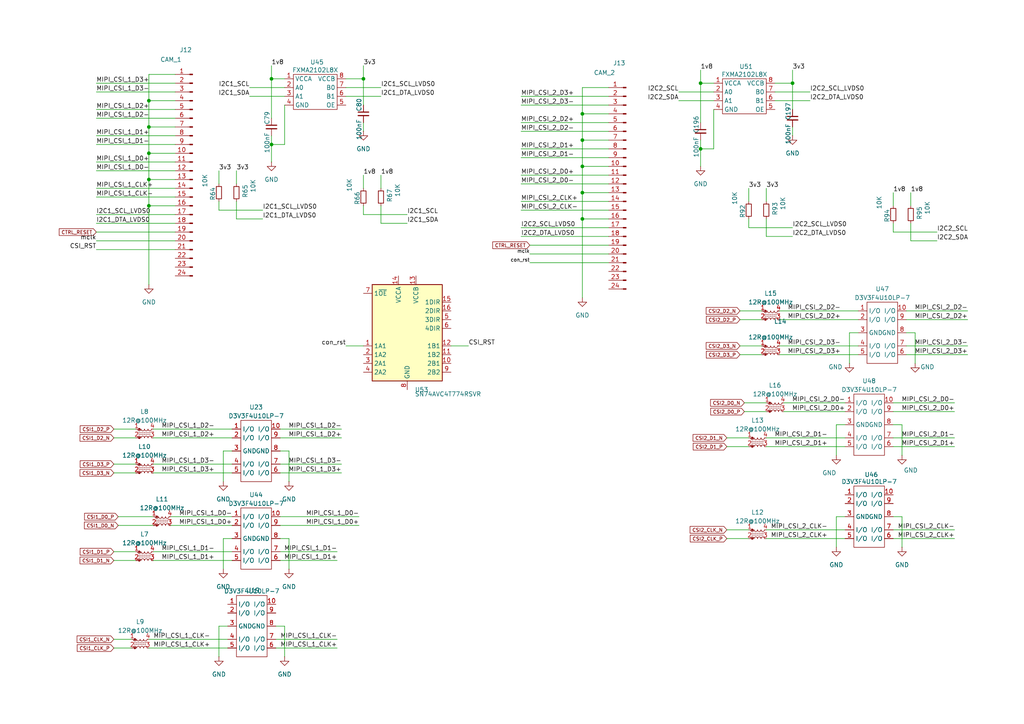
<source format=kicad_sch>
(kicad_sch (version 20250114) (generator "eeschema") (generator_version "9.0")
  (paper "A4")
  (lib_symbols
    (symbol "Connector:Conn_01x24_Pin" (pin_names (offset 1.016) (hide yes))
      (property "Reference" "J" (at 0 30.48 0))
      (property "Value" "Conn_01x24_Pin" (at 0 -33.02 0))
      (symbol "Conn_01x24_Pin_1_1"
        (rectangle (start 0.8636 28.067) (end 0 27.813) (stroke (width 0.1524)) (fill (type outline)))
        (rectangle (start 0.8636 25.527) (end 0 25.273) (stroke (width 0.1524)) (fill (type outline)))
        (rectangle (start 0.8636 22.987) (end 0 22.733) (stroke (width 0.1524)) (fill (type outline)))
        (rectangle (start 0.8636 20.447) (end 0 20.193) (stroke (width 0.1524)) (fill (type outline)))
        (rectangle (start 0.8636 17.907) (end 0 17.653) (stroke (width 0.1524)) (fill (type outline)))
        (rectangle (start 0.8636 15.367) (end 0 15.113) (stroke (width 0.1524)) (fill (type outline)))
        (rectangle (start 0.8636 12.827) (end 0 12.573) (stroke (width 0.1524)) (fill (type outline)))
        (rectangle (start 0.8636 10.287) (end 0 10.033) (stroke (width 0.1524)) (fill (type outline)))
        (rectangle (start 0.8636 7.747) (end 0 7.493) (stroke (width 0.1524)) (fill (type outline)))
        (rectangle (start 0.8636 5.207) (end 0 4.953) (stroke (width 0.1524)) (fill (type outline)))
        (rectangle (start 0.8636 2.667) (end 0 2.413) (stroke (width 0.1524)) (fill (type outline)))
        (rectangle (start 0.8636 0.127) (end 0 -0.127) (stroke (width 0.1524)) (fill (type outline)))
        (rectangle (start 0.8636 -2.413) (end 0 -2.667) (stroke (width 0.1524)) (fill (type outline)))
        (rectangle (start 0.8636 -4.953) (end 0 -5.207) (stroke (width 0.1524)) (fill (type outline)))
        (rectangle (start 0.8636 -7.493) (end 0 -7.747) (stroke (width 0.1524)) (fill (type outline)))
        (rectangle (start 0.8636 -10.033) (end 0 -10.287) (stroke (width 0.1524)) (fill (type outline)))
        (rectangle (start 0.8636 -12.573) (end 0 -12.827) (stroke (width 0.1524)) (fill (type outline)))
        (rectangle (start 0.8636 -15.113) (end 0 -15.367) (stroke (width 0.1524)) (fill (type outline)))
        (rectangle (start 0.8636 -17.653) (end 0 -17.907) (stroke (width 0.1524)) (fill (type outline)))
        (rectangle (start 0.8636 -20.193) (end 0 -20.447) (stroke (width 0.1524)) (fill (type outline)))
        (rectangle (start 0.8636 -22.733) (end 0 -22.987) (stroke (width 0.1524)) (fill (type outline)))
        (rectangle (start 0.8636 -25.273) (end 0 -25.527) (stroke (width 0.1524)) (fill (type outline)))
        (rectangle (start 0.8636 -27.813) (end 0 -28.067) (stroke (width 0.1524)) (fill (type outline)))
        (rectangle (start 0.8636 -30.353) (end 0 -30.607) (stroke (width 0.1524)) (fill (type outline)))
        (polyline (pts (xy 1.27 27.94) (xy 0.8636 27.94)) (stroke (width 0.1524)))
        (polyline (pts (xy 1.27 25.4) (xy 0.8636 25.4)) (stroke (width 0.1524)))
        (polyline (pts (xy 1.27 22.86) (xy 0.8636 22.86)) (stroke (width 0.1524)))
        (polyline (pts (xy 1.27 20.32) (xy 0.8636 20.32)) (stroke (width 0.1524)))
        (polyline (pts (xy 1.27 17.78) (xy 0.8636 17.78)) (stroke (width 0.1524)))
        (polyline (pts (xy 1.27 15.24) (xy 0.8636 15.24)) (stroke (width 0.1524)))
        (polyline (pts (xy 1.27 12.7) (xy 0.8636 12.7)) (stroke (width 0.1524)))
        (polyline (pts (xy 1.27 10.16) (xy 0.8636 10.16)) (stroke (width 0.1524)))
        (polyline (pts (xy 1.27 7.62) (xy 0.8636 7.62)) (stroke (width 0.1524)))
        (polyline (pts (xy 1.27 5.08) (xy 0.8636 5.08)) (stroke (width 0.1524)))
        (polyline (pts (xy 1.27 2.54) (xy 0.8636 2.54)) (stroke (width 0.1524)))
        (polyline (pts (xy 1.27 0) (xy 0.8636 0)) (stroke (width 0.1524)))
        (polyline (pts (xy 1.27 -2.54) (xy 0.8636 -2.54)) (stroke (width 0.1524)))
        (polyline (pts (xy 1.27 -5.08) (xy 0.8636 -5.08)) (stroke (width 0.1524)))
        (polyline (pts (xy 1.27 -7.62) (xy 0.8636 -7.62)) (stroke (width 0.1524)))
        (polyline (pts (xy 1.27 -10.16) (xy 0.8636 -10.16)) (stroke (width 0.1524)))
        (polyline (pts (xy 1.27 -12.7) (xy 0.8636 -12.7)) (stroke (width 0.1524)))
        (polyline (pts (xy 1.27 -15.24) (xy 0.8636 -15.24)) (stroke (width 0.1524)))
        (polyline (pts (xy 1.27 -17.78) (xy 0.8636 -17.78)) (stroke (width 0.1524)))
        (polyline (pts (xy 1.27 -20.32) (xy 0.8636 -20.32)) (stroke (width 0.1524)))
        (polyline (pts (xy 1.27 -22.86) (xy 0.8636 -22.86)) (stroke (width 0.1524)))
        (polyline (pts (xy 1.27 -25.4) (xy 0.8636 -25.4)) (stroke (width 0.1524)))
        (polyline (pts (xy 1.27 -27.94) (xy 0.8636 -27.94)) (stroke (width 0.1524)))
        (polyline (pts (xy 1.27 -30.48) (xy 0.8636 -30.48)) (stroke (width 0.1524)))
        (pin passive line (at 5.08 27.94 180) (length 3.81) (name "Pin_1") (number "1"))
        (pin passive line (at 5.08 25.4 180) (length 3.81) (name "Pin_2") (number "2"))
        (pin passive line (at 5.08 22.86 180) (length 3.81) (name "Pin_3") (number "3"))
        (pin passive line (at 5.08 20.32 180) (length 3.81) (name "Pin_4") (number "4"))
        (pin passive line (at 5.08 17.78 180) (length 3.81) (name "Pin_5") (number "5"))
        (pin passive line (at 5.08 15.24 180) (length 3.81) (name "Pin_6") (number "6"))
        (pin passive line (at 5.08 12.7 180) (length 3.81) (name "Pin_7") (number "7"))
        (pin passive line (at 5.08 10.16 180) (length 3.81) (name "Pin_8") (number "8"))
        (pin passive line (at 5.08 7.62 180) (length 3.81) (name "Pin_9") (number "9"))
        (pin passive line (at 5.08 5.08 180) (length 3.81) (name "Pin_10") (number "10"))
        (pin passive line (at 5.08 2.54 180) (length 3.81) (name "Pin_11") (number "11"))
        (pin passive line (at 5.08 0 180) (length 3.81) (name "Pin_12") (number "12"))
        (pin passive line (at 5.08 -2.54 180) (length 3.81) (name "Pin_13") (number "13"))
        (pin passive line (at 5.08 -5.08 180) (length 3.81) (name "Pin_14") (number "14"))
        (pin passive line (at 5.08 -7.62 180) (length 3.81) (name "Pin_15") (number "15"))
        (pin passive line (at 5.08 -10.16 180) (length 3.81) (name "Pin_16") (number "16"))
        (pin passive line (at 5.08 -12.7 180) (length 3.81) (name "Pin_17") (number "17"))
        (pin passive line (at 5.08 -15.24 180) (length 3.81) (name "Pin_18") (number "18"))
        (pin passive line (at 5.08 -17.78 180) (length 3.81) (name "Pin_19") (number "19"))
        (pin passive line (at 5.08 -20.32 180) (length 3.81) (name "Pin_20") (number "20"))
        (pin passive line (at 5.08 -22.86 180) (length 3.81) (name "Pin_21") (number "21"))
        (pin passive line (at 5.08 -25.4 180) (length 3.81) (name "Pin_22") (number "22"))
        (pin passive line (at 5.08 -27.94 180) (length 3.81) (name "Pin_23") (number "23"))
        (pin passive line (at 5.08 -30.48 180) (length 3.81) (name "Pin_24") (number "24"))
      )
    )
    (symbol "Device:C_Small" (pin_numbers (hide yes)) (pin_names (offset 0.254) (hide yes))
      (property "Reference" "C" (at 0.254 1.778 0))
      (property "Value" "C_Small" (at 0.254 -2.032 0))
      (symbol "C_Small_0_1"
        (polyline (pts (xy -1.524 0.508) (xy 1.524 0.508)) (stroke (width 0.3048)))
        (polyline (pts (xy -1.524 -0.508) (xy 1.524 -0.508)) (stroke (width 0.3302)))
      )
      (symbol "C_Small_1_1"
        (pin passive line (at 0 2.54 270) (length 2.032) (name "~") (number "1"))
        (pin passive line (at 0 -2.54 90) (length 2.032) (name "~") (number "2"))
      )
    )
    (symbol "Device:L_Ferrite_Coupled_Small_1423" (pin_names (offset 0.254) (hide yes))
      (property "Reference" "L" (at 0 3.175 0))
      (property "Value" "L_Ferrite_Coupled_Small_1423" (at 0 -3.175 0))
      (symbol "L_Ferrite_Coupled_Small_1423_0_1"
        (polyline (pts (xy -1.651 0.254) (xy -1.397 0.254)))
        (arc (start -1.016 1.27) (mid -1.524 0.7642) (end -2.032 1.27))
        (circle (center -1.524 1.27) (radius 0.254) (fill (type outline)))
        (circle (center -1.524 -1.27) (radius 0.254) (fill (type outline)))
        (arc (start -2.032 -1.27) (mid -1.524 -0.7642) (end -1.016 -1.27))
        (polyline (pts (xy -1.397 -0.254) (xy -1.651 -0.254)))
        (polyline (pts (xy -1.143 0.254) (xy -0.889 0.254)))
        (polyline (pts (xy -0.889 -0.254) (xy -1.143 -0.254)))
        (polyline (pts (xy -0.635 0.254) (xy -0.381 0.254)))
        (arc (start 0 1.27) (mid -0.508 0.7642) (end -1.016 1.27))
        (arc (start -1.016 -1.27) (mid -0.508 -0.7642) (end 0 -1.27))
        (polyline (pts (xy -0.381 -0.254) (xy -0.635 -0.254)))
        (polyline (pts (xy -0.127 0.254) (xy 0.127 0.254)))
        (polyline (pts (xy 0.127 -0.254) (xy -0.127 -0.254)))
        (polyline (pts (xy 0.381 0.254) (xy 0.635 0.254)))
        (arc (start 1.016 1.27) (mid 0.508 0.7642) (end 0 1.27))
        (arc (start 0 -1.27) (mid 0.508 -0.7642) (end 1.016 -1.27))
        (polyline (pts (xy 0.635 -0.254) (xy 0.381 -0.254)))
        (polyline (pts (xy 0.889 0.254) (xy 1.143 0.254)))
        (polyline (pts (xy 1.143 -0.254) (xy 0.889 -0.254)))
        (polyline (pts (xy 1.397 0.254) (xy 1.651 0.254)))
        (arc (start 2.032 1.27) (mid 1.524 0.7642) (end 1.016 1.27))
        (arc (start 1.016 -1.27) (mid 1.524 -0.7642) (end 2.032 -1.27))
        (polyline (pts (xy 1.651 -0.254) (xy 1.397 -0.254)))
      )
      (symbol "L_Ferrite_Coupled_Small_1423_1_1"
        (pin passive line (at -2.54 1.27 0) (length 0.508) (name "1") (number "1"))
        (pin passive line (at -2.54 -1.27 0) (length 0.508) (name "2") (number "2"))
        (pin passive line (at 2.54 1.27 180) (length 0.508) (name "4") (number "4"))
        (pin passive line (at 2.54 -1.27 180) (length 0.508) (name "3") (number "3"))
      )
    )
    (symbol "Device:R_Small" (pin_numbers (hide yes)) (pin_names (offset 0.254) (hide yes))
      (property "Reference" "R" (at 0.762 0.508 0))
      (property "Value" "R_Small" (at 0.762 -1.016 0))
      (symbol "R_Small_0_1"
        (rectangle (start -0.762 1.778) (end 0.762 -1.778) (stroke (width 0.2032)))
      )
      (symbol "R_Small_1_1"
        (pin passive line (at 0 2.54 270) (length 0.762) (name "~") (number "1"))
        (pin passive line (at 0 -2.54 90) (length 0.762) (name "~") (number "2"))
      )
    )
    (symbol "_W_MX8M:D3V3F4U10LP-7"
      (property "Reference" "U" (at -0.254 5.334 0))
      (symbol "D3V3F4U10LP-7_0_1"
        (rectangle (start -5.08 3.81) (end 3.81 -13.97))
      )
      (symbol "D3V3F4U10LP-7_1_1"
        (pin input line (at -7.62 1.27 0) (length 2.54) (name "I/O") (number "1"))
        (pin input line (at -7.62 -1.27 0) (length 2.54) (name "I/O") (number "2"))
        (pin input line (at -7.62 -5.08 0) (length 2.54) (name "GND") (number "3"))
        (pin input line (at -7.62 -8.89 0) (length 2.54) (name "I/O") (number "4"))
        (pin input line (at -7.62 -11.43 0) (length 2.54) (name "I/O") (number "5"))
        (pin input line (at 6.35 1.27 180) (length 2.54) (name "I/O") (number "10"))
        (pin input line (at 6.35 -1.27 180) (length 2.54) (name "I/O") (number "9"))
        (pin input line (at 6.35 -5.08 180) (length 2.54) (name "GND") (number "8"))
        (pin input line (at 6.35 -8.89 180) (length 2.54) (name "I/O") (number "7"))
        (pin input line (at 6.35 -11.43 180) (length 2.54) (name "I/O") (number "6"))
      )
    )
    (symbol "_W_MX8M:FXMA2102L8X"
      (property "Reference" "U" (at 1.016 9.144 0))
      (symbol "FXMA2102L8X_0_1"
        (rectangle (start -5.08 7.62) (end 7.62 -2.54))
      )
      (symbol "FXMA2102L8X_1_1"
        (pin input line (at -7.62 6.35 0) (length 2.54) (name "VCCA") (number "1"))
        (pin input line (at -7.62 3.81 0) (length 2.54) (name "A0") (number "2"))
        (pin input line (at -7.62 1.27 0) (length 2.54) (name "A1") (number "3"))
        (pin input line (at -7.62 -1.27 0) (length 2.54) (name "GND") (number "4"))
        (pin input line (at 10.16 6.35 180) (length 2.54) (name "VCCB") (number "8"))
        (pin input line (at 10.16 3.81 180) (length 2.54) (name "B0") (number "7"))
        (pin input line (at 10.16 1.27 180) (length 2.54) (name "B1") (number "6"))
        (pin input line (at 10.16 -1.27 180) (length 2.54) (name "OE") (number "5"))
      )
    )
    (symbol "_W_MX8M:SN74AVC4T774RSVR"
      (property "Reference" "U" (at 0 0 0))
      (symbol "SN74AVC4T774RSVR_0_1"
        (rectangle (start -8.89 -5.08) (end 11.43 -33.02) (stroke (width 0.254)) (fill (type background)))
      )
      (symbol "SN74AVC4T774RSVR_1_1"
        (pin input line (at -11.43 -7.62 0) (length 2.54) (name "1~{OE}") (number "7"))
        (pin bidirectional line (at -11.43 -22.86 0) (length 2.54) (name "1A1") (number "1"))
        (pin bidirectional line (at -11.43 -25.4 0) (length 2.54) (name "1A2") (number "2"))
        (pin bidirectional line (at -11.43 -27.94 0) (length 2.54) (name "2A1") (number "3"))
        (pin bidirectional line (at -11.43 -30.48 0) (length 2.54) (name "2A2") (number "4"))
        (pin power_in line (at -1.27 -2.54 270) (length 2.54) (name "VCCA") (number "14"))
        (pin power_in line (at 1.27 -35.56 90) (length 2.54) (name "GND") (number "8"))
        (pin passive line (at 1.27 -35.56 90) (length 2.54) (hide yes) (name "GND") (number "9"))
        (pin power_in line (at 3.81 -2.54 270) (length 2.54) (name "VCCB") (number "13"))
        (pin input line (at 13.97 -10.16 180) (length 2.54) (name "1DIR") (number "15"))
        (pin input line (at 13.97 -12.7 180) (length 2.54) (name "2DIR") (number "16"))
        (pin input line (at 13.97 -15.24 180) (length 2.54) (name "3DIR") (number "5"))
        (pin input line (at 13.97 -17.78 180) (length 2.54) (name "4DIR") (number "6"))
        (pin bidirectional line (at 13.97 -22.86 180) (length 2.54) (name "1B1") (number "12"))
        (pin bidirectional line (at 13.97 -25.4 180) (length 2.54) (name "1B2") (number "11"))
        (pin bidirectional line (at 13.97 -27.94 180) (length 2.54) (name "2B1") (number "10"))
        (pin bidirectional line (at 13.97 -30.48 180) (length 2.54) (name "2B2") (number "9"))
      )
    )
    (symbol "power:GND" (power) (pin_numbers (hide yes)) (pin_names (offset 0) (hide yes))
      (property "Value" "GND" (at 0 -3.81 0))
      (symbol "GND_0_1"
        (polyline (pts (xy 0 0) (xy 0 -1.27) (xy 1.27 -1.27) (xy 0 -2.54) (xy -1.27 -1.27) (xy 0 -1.27)))
      )
      (symbol "GND_1_1"
        (pin power_in line (at 0 0 270) (length 0) (name "~") (number "1"))
      )
    )
  )
  (junction (at 78.74 22.86))
  (junction (at 229.87 24.13))
  (junction (at 203.2 24.13))
  (junction (at 43.18 44.45))
  (junction (at 43.18 52.07))
  (junction (at 43.18 59.69))
  (junction (at 43.18 29.21))
  (junction (at 78.74 41.91))
  (junction (at 203.2 43.18))
  (junction (at 168.91 48.26))
  (junction (at 105.41 22.86))
  (junction (at 168.91 33.02))
  (junction (at 168.91 63.5))
  (junction (at 168.91 40.64))
  (junction (at 43.18 36.83))
  (junction (at 168.91 55.88))
  (wire (pts (xy 43.18 36.83) (xy 43.18 44.45)))
  (wire (pts (xy 259.08 123.19) (xy 261.62 123.19)))
  (wire (pts (xy 229.87 36.83) (xy 229.87 39.37)))
  (wire (pts (xy 207.01 24.13) (xy 203.2 24.13)))
  (wire (pts (xy 222.25 63.5) (xy 222.25 68.58)))
  (wire (pts (xy 151.13 68.58) (xy 176.53 68.58)))
  (wire (pts (xy 176.53 48.26) (xy 168.91 48.26)))
  (wire (pts (xy 50.8 52.07) (xy 43.18 52.07)))
  (wire (pts (xy 214.63 102.87) (xy 220.98 102.87)))
  (wire (pts (xy 99.06 124.46) (xy 81.28 124.46)))
  (wire (pts (xy 210.82 127) (xy 217.17 127)))
  (wire (pts (xy 99.06 134.62) (xy 81.28 134.62)))
  (wire (pts (xy 110.49 64.77) (xy 118.11 64.77)))
  (wire (pts (xy 27.94 31.75) (xy 50.8 31.75)))
  (wire (pts (xy 27.94 24.13) (xy 50.8 24.13)))
  (wire (pts (xy 63.5 181.61) (xy 63.5 190.5)))
  (wire (pts (xy 82.55 30.48) (xy 82.55 41.91)))
  (wire (pts (xy 44.45 124.46) (xy 67.31 124.46)))
  (wire (pts (xy 63.5 60.96) (xy 76.2 60.96)))
  (wire (pts (xy 27.94 69.85) (xy 50.8 69.85)))
  (wire (pts (xy 105.41 19.05) (xy 105.41 22.86)))
  (wire (pts (xy 222.25 129.54) (xy 245.11 129.54)))
  (wire (pts (xy 245.11 149.86) (xy 242.57 149.86)))
  (wire (pts (xy 100.33 22.86) (xy 105.41 22.86)))
  (wire (pts (xy 27.94 64.77) (xy 50.8 64.77)))
  (wire (pts (xy 63.5 58.42) (xy 63.5 60.96)))
  (wire (pts (xy 222.25 68.58) (xy 229.87 68.58)))
  (wire (pts (xy 227.33 119.38) (xy 245.11 119.38)))
  (wire (pts (xy 217.17 66.04) (xy 229.87 66.04)))
  (wire (pts (xy 259.08 119.38) (xy 276.86 119.38)))
  (wire (pts (xy 151.13 50.8) (xy 176.53 50.8)))
  (wire (pts (xy 27.94 72.39) (xy 50.8 72.39)))
  (wire (pts (xy 168.91 63.5) (xy 168.91 86.36)))
  (wire (pts (xy 82.55 22.86) (xy 78.74 22.86)))
  (wire (pts (xy 259.08 127) (xy 276.86 127)))
  (wire (pts (xy 215.9 119.38) (xy 222.25 119.38)))
  (wire (pts (xy 210.82 129.54) (xy 217.17 129.54)))
  (wire (pts (xy 259.08 149.86) (xy 261.62 149.86)))
  (wire (pts (xy 66.04 181.61) (xy 63.5 181.61)))
  (wire (pts (xy 222.25 153.67) (xy 245.11 153.67)))
  (wire (pts (xy 214.63 90.17) (xy 220.98 90.17)))
  (wire (pts (xy 261.62 149.86) (xy 261.62 158.75)))
  (wire (pts (xy 264.16 55.88) (xy 264.16 59.69)))
  (wire (pts (xy 81.28 130.81) (xy 83.82 130.81)))
  (wire (pts (xy 83.82 130.81) (xy 83.82 139.7)))
  (wire (pts (xy 226.06 102.87) (xy 248.92 102.87)))
  (wire (pts (xy 43.18 52.07) (xy 43.18 59.69)))
  (wire (pts (xy 226.06 92.71) (xy 248.92 92.71)))
  (wire (pts (xy 50.8 44.45) (xy 43.18 44.45)))
  (wire (pts (xy 259.08 64.77) (xy 259.08 67.31)))
  (wire (pts (xy 49.53 152.4) (xy 67.31 152.4)))
  (wire (pts (xy 176.53 25.4) (xy 168.91 25.4)))
  (wire (pts (xy 259.08 116.84) (xy 276.86 116.84)))
  (wire (pts (xy 82.55 27.94) (xy 72.39 27.94)))
  (wire (pts (xy 78.74 41.91) (xy 78.74 46.99)))
  (wire (pts (xy 242.57 149.86) (xy 242.57 158.75)))
  (wire (pts (xy 33.02 137.16) (xy 39.37 137.16)))
  (wire (pts (xy 100.33 100.33) (xy 105.41 100.33)))
  (wire (pts (xy 217.17 54.61) (xy 217.17 58.42)))
  (wire (pts (xy 224.79 24.13) (xy 229.87 24.13)))
  (wire (pts (xy 68.58 58.42) (xy 68.58 63.5)))
  (wire (pts (xy 207.01 26.67) (xy 196.85 26.67)))
  (wire (pts (xy 215.9 116.84) (xy 222.25 116.84)))
  (wire (pts (xy 262.89 92.71) (xy 280.67 92.71)))
  (wire (pts (xy 227.33 116.84) (xy 245.11 116.84)))
  (wire (pts (xy 104.14 149.86) (xy 81.28 149.86)))
  (wire (pts (xy 176.53 63.5) (xy 168.91 63.5)))
  (wire (pts (xy 33.02 160.02) (xy 39.37 160.02)))
  (wire (pts (xy 78.74 19.05) (xy 78.74 22.86)))
  (wire (pts (xy 264.16 69.85) (xy 271.78 69.85)))
  (wire (pts (xy 78.74 22.86) (xy 78.74 34.29)))
  (wire (pts (xy 207.01 29.21) (xy 196.85 29.21)))
  (wire (pts (xy 27.94 39.37) (xy 50.8 39.37)))
  (wire (pts (xy 97.79 162.56) (xy 81.28 162.56)))
  (wire (pts (xy 168.91 33.02) (xy 168.91 40.64)))
  (wire (pts (xy 43.18 187.96) (xy 66.04 187.96)))
  (wire (pts (xy 33.02 127) (xy 39.37 127)))
  (wire (pts (xy 153.67 71.12) (xy 176.53 71.12)))
  (wire (pts (xy 151.13 60.96) (xy 176.53 60.96)))
  (wire (pts (xy 224.79 29.21) (xy 234.95 29.21)))
  (wire (pts (xy 33.02 124.46) (xy 39.37 124.46)))
  (wire (pts (xy 265.43 96.52) (xy 265.43 105.41)))
  (wire (pts (xy 262.89 102.87) (xy 280.67 102.87)))
  (wire (pts (xy 64.77 156.21) (xy 64.77 165.1)))
  (wire (pts (xy 259.08 55.88) (xy 259.08 59.69)))
  (wire (pts (xy 168.91 48.26) (xy 168.91 55.88)))
  (wire (pts (xy 222.25 54.61) (xy 222.25 58.42)))
  (wire (pts (xy 44.45 127) (xy 67.31 127)))
  (wire (pts (xy 210.82 156.21) (xy 217.17 156.21)))
  (wire (pts (xy 43.18 21.59) (xy 43.18 29.21)))
  (wire (pts (xy 176.53 40.64) (xy 168.91 40.64)))
  (wire (pts (xy 203.2 20.32) (xy 203.2 24.13)))
  (wire (pts (xy 229.87 24.13) (xy 229.87 31.75)))
  (wire (pts (xy 210.82 153.67) (xy 217.17 153.67)))
  (wire (pts (xy 217.17 63.5) (xy 217.17 66.04)))
  (wire (pts (xy 34.29 152.4) (xy 44.45 152.4)))
  (wire (pts (xy 245.11 123.19) (xy 242.57 123.19)))
  (wire (pts (xy 151.13 58.42) (xy 176.53 58.42)))
  (wire (pts (xy 259.08 129.54) (xy 276.86 129.54)))
  (wire (pts (xy 27.94 57.15) (xy 50.8 57.15)))
  (wire (pts (xy 33.02 187.96) (xy 38.1 187.96)))
  (wire (pts (xy 264.16 64.77) (xy 264.16 69.85)))
  (wire (pts (xy 27.94 34.29) (xy 50.8 34.29)))
  (wire (pts (xy 27.94 54.61) (xy 50.8 54.61)))
  (wire (pts (xy 78.74 39.37) (xy 78.74 41.91)))
  (wire (pts (xy 27.94 46.99) (xy 50.8 46.99)))
  (wire (pts (xy 68.58 49.53) (xy 68.58 53.34)))
  (wire (pts (xy 153.67 73.66) (xy 176.53 73.66)))
  (wire (pts (xy 105.41 22.86) (xy 105.41 30.48)))
  (wire (pts (xy 44.45 134.62) (xy 67.31 134.62)))
  (wire (pts (xy 105.41 35.56) (xy 105.41 38.1)))
  (wire (pts (xy 151.13 30.48) (xy 176.53 30.48)))
  (wire (pts (xy 33.02 185.42) (xy 38.1 185.42)))
  (wire (pts (xy 151.13 53.34) (xy 176.53 53.34)))
  (wire (pts (xy 83.82 156.21) (xy 83.82 165.1)))
  (wire (pts (xy 168.91 25.4) (xy 168.91 33.02)))
  (wire (pts (xy 176.53 55.88) (xy 168.91 55.88)))
  (wire (pts (xy 50.8 29.21) (xy 43.18 29.21)))
  (wire (pts (xy 81.28 152.4) (xy 104.14 152.4)))
  (wire (pts (xy 203.2 43.18) (xy 207.01 43.18)))
  (wire (pts (xy 203.2 24.13) (xy 203.2 35.56)))
  (wire (pts (xy 50.8 36.83) (xy 43.18 36.83)))
  (wire (pts (xy 151.13 27.94) (xy 176.53 27.94)))
  (wire (pts (xy 224.79 26.67) (xy 234.95 26.67)))
  (wire (pts (xy 105.41 62.23) (xy 118.11 62.23)))
  (wire (pts (xy 50.8 59.69) (xy 43.18 59.69)))
  (wire (pts (xy 100.33 27.94) (xy 110.49 27.94)))
  (wire (pts (xy 27.94 67.31) (xy 50.8 67.31)))
  (wire (pts (xy 27.94 41.91) (xy 50.8 41.91)))
  (wire (pts (xy 33.02 162.56) (xy 39.37 162.56)))
  (wire (pts (xy 97.79 185.42) (xy 80.01 185.42)))
  (wire (pts (xy 78.74 41.91) (xy 82.55 41.91)))
  (wire (pts (xy 226.06 100.33) (xy 248.92 100.33)))
  (wire (pts (xy 207.01 31.75) (xy 207.01 43.18)))
  (wire (pts (xy 105.41 59.69) (xy 105.41 62.23)))
  (wire (pts (xy 262.89 96.52) (xy 265.43 96.52)))
  (wire (pts (xy 27.94 49.53) (xy 50.8 49.53)))
  (wire (pts (xy 248.92 96.52) (xy 246.38 96.52)))
  (wire (pts (xy 222.25 127) (xy 245.11 127)))
  (wire (pts (xy 68.58 63.5) (xy 76.2 63.5)))
  (wire (pts (xy 246.38 96.52) (xy 246.38 105.41)))
  (wire (pts (xy 100.33 25.4) (xy 110.49 25.4)))
  (wire (pts (xy 262.89 90.17) (xy 280.67 90.17)))
  (wire (pts (xy 151.13 35.56) (xy 176.53 35.56)))
  (wire (pts (xy 151.13 45.72) (xy 176.53 45.72)))
  (wire (pts (xy 176.53 33.02) (xy 168.91 33.02)))
  (wire (pts (xy 151.13 43.18) (xy 176.53 43.18)))
  (wire (pts (xy 203.2 43.18) (xy 203.2 48.26)))
  (wire (pts (xy 82.55 181.61) (xy 82.55 190.5)))
  (wire (pts (xy 110.49 59.69) (xy 110.49 64.77)))
  (wire (pts (xy 43.18 29.21) (xy 43.18 36.83)))
  (wire (pts (xy 222.25 156.21) (xy 245.11 156.21)))
  (wire (pts (xy 27.94 26.67) (xy 50.8 26.67)))
  (wire (pts (xy 67.31 156.21) (xy 64.77 156.21)))
  (wire (pts (xy 151.13 38.1) (xy 176.53 38.1)))
  (wire (pts (xy 81.28 156.21) (xy 83.82 156.21)))
  (wire (pts (xy 261.62 123.19) (xy 261.62 132.08)))
  (wire (pts (xy 27.94 62.23) (xy 50.8 62.23)))
  (wire (pts (xy 259.08 153.67) (xy 276.86 153.67)))
  (wire (pts (xy 43.18 185.42) (xy 66.04 185.42)))
  (wire (pts (xy 33.02 134.62) (xy 39.37 134.62)))
  (wire (pts (xy 168.91 40.64) (xy 168.91 48.26)))
  (wire (pts (xy 44.45 162.56) (xy 67.31 162.56)))
  (wire (pts (xy 64.77 130.81) (xy 64.77 139.7)))
  (wire (pts (xy 67.31 130.81) (xy 64.77 130.81)))
  (wire (pts (xy 135.89 100.33) (xy 130.81 100.33)))
  (wire (pts (xy 63.5 49.53) (xy 63.5 53.34)))
  (wire (pts (xy 203.2 40.64) (xy 203.2 43.18)))
  (wire (pts (xy 44.45 137.16) (xy 67.31 137.16)))
  (wire (pts (xy 226.06 90.17) (xy 248.92 90.17)))
  (wire (pts (xy 259.08 156.21) (xy 276.86 156.21)))
  (wire (pts (xy 43.18 44.45) (xy 43.18 52.07)))
  (wire (pts (xy 110.49 50.8) (xy 110.49 54.61)))
  (wire (pts (xy 34.29 149.86) (xy 44.45 149.86)))
  (wire (pts (xy 99.06 127) (xy 81.28 127)))
  (wire (pts (xy 49.53 149.86) (xy 67.31 149.86)))
  (wire (pts (xy 151.13 66.04) (xy 176.53 66.04)))
  (wire (pts (xy 43.18 59.69) (xy 43.18 82.55)))
  (wire (pts (xy 105.41 50.8) (xy 105.41 54.61)))
  (wire (pts (xy 242.57 123.19) (xy 242.57 132.08)))
  (wire (pts (xy 97.79 187.96) (xy 80.01 187.96)))
  (wire (pts (xy 259.08 67.31) (xy 271.78 67.31)))
  (wire (pts (xy 50.8 21.59) (xy 43.18 21.59)))
  (wire (pts (xy 214.63 92.71) (xy 220.98 92.71)))
  (wire (pts (xy 153.67 76.2) (xy 176.53 76.2)))
  (wire (pts (xy 168.91 55.88) (xy 168.91 63.5)))
  (wire (pts (xy 97.79 160.02) (xy 81.28 160.02)))
  (wire (pts (xy 229.87 20.32) (xy 229.87 24.13)))
  (wire (pts (xy 214.63 100.33) (xy 220.98 100.33)))
  (wire (pts (xy 262.89 100.33) (xy 280.67 100.33)))
  (wire (pts (xy 80.01 181.61) (xy 82.55 181.61)))
  (wire (pts (xy 44.45 160.02) (xy 67.31 160.02)))
  (wire (pts (xy 82.55 25.4) (xy 72.39 25.4)))
  (wire (pts (xy 99.06 137.16) (xy 81.28 137.16)))
  (label "I2C1_SCL_LVDS0" (at 27.94 62.23 0))
  (label "MIPI_CSI_2_CLK+" (at 276.86 156.21 180))
  (label "MIPI_CSI_2_D0-" (at 151.13 53.34 0))
  (label "MIPI_CSI_2_D0-" (at 276.86 116.84 180))
  (label "MIPI_CSI_1_D2+" (at 99.06 127 180))
  (label "MIPI_CSI_1_D1-" (at 27.94 41.91 0))
  (label "I2C2_SCL_LVDS0" (at 234.95 26.67 0))
  (label "MIPI_CSI_2_D3+" (at 151.13 27.94 0))
  (label "MIPI_CSI_1_D2-" (at 27.94 34.29 0))
  (label "mclk" (at 153.67 73.66 180) (effects (font (size 1 1))))
  (label "MIPI_CSI_2_D2-" (at 280.67 90.17 180))
  (label "MIPI_CSI_2_D2-" (at 243.84 90.17 180))
  (label "3v3" (at 229.87 20.32 0))
  (label "MIPI_CSI_2_CLK-" (at 240.03 153.67 180))
  (label "MIPI_CSI_2_D3-" (at 280.67 100.33 180))
  (label "I2C2_DTA_LVDS0" (at 229.87 68.58 0))
  (label "1v8" (at 110.49 50.8 0))
  (label "MIPI_CSI_2_D2-" (at 151.13 38.1 0))
  (label "I2C2_SDA" (at 271.78 69.85 0))
  (label "3v3" (at 68.58 49.53 0))
  (label "mclk" (at 27.94 69.85 180))
  (label "I2C1_DTA_LVDS0" (at 76.2 63.5 0))
  (label "MIPI_CSI_1_CLK-" (at 97.79 185.42 180))
  (label "I2C1_SDA" (at 72.39 27.94 180))
  (label "MIPI_CSI_1_D0+" (at 27.94 46.99 0))
  (label "con_rst" (at 100.33 100.33 180))
  (label "MIPI_CSI_2_D1-" (at 151.13 45.72 0))
  (label "I2C2_DTA_LVDS0" (at 234.95 29.21 0))
  (label "MIPI_CSI_1_D2+" (at 27.94 31.75 0))
  (label "MIPI_CSI_1_D2-" (at 99.06 124.46 180))
  (label "I2C1_SCL_LVDS0" (at 76.2 60.96 0))
  (label "MIPI_CSI_1_D1+" (at 97.79 162.56 180))
  (label "con_rst" (at 153.67 76.2 180) (effects (font (size 1 1))))
  (label "3v3" (at 217.17 54.61 0))
  (label "MIPI_CSI_2_D2+" (at 280.67 92.71 180))
  (label "I2C2_SCL_LVDS0" (at 151.13 66.04 0))
  (label "I2C2_SCL" (at 271.78 67.31 0))
  (label "3v3" (at 105.41 19.05 0))
  (label "MIPI_CSI_1_D2+" (at 62.23 127 180))
  (label "MIPI_CSI_1_CLK+" (at 97.79 187.96 180))
  (label "I2C2_SCL_LVDS0" (at 229.87 66.04 0))
  (label "1v8" (at 203.2 20.32 0))
  (label "MIPI_CSI_1_D3+" (at 27.94 24.13 0))
  (label "1v8" (at 105.41 50.8 0))
  (label "1v8" (at 78.74 19.05 0))
  (label "MIPI_CSI_2_D3-" (at 151.13 30.48 0))
  (label "MIPI_CSI_2_D1+" (at 151.13 43.18 0))
  (label "1v8" (at 264.16 55.88 0))
  (label "MIPI_CSI_2_D1-" (at 240.03 127 180))
  (label "I2C1_DTA_LVDS0" (at 110.49 27.94 0))
  (label "MIPI_CSI_1_D0-" (at 67.31 149.86 180))
  (label "MIPI_CSI_1_D1-" (at 97.79 160.02 180))
  (label "MIPI_CSI_2_D3-" (at 243.84 100.33 180))
  (label "I2C2_SDA" (at 196.85 29.21 180))
  (label "MIPI_CSI_1_D0+" (at 104.14 152.4 180))
  (label "MIPI_CSI_1_D0+" (at 67.31 152.4 180))
  (label "MIPI_CSI_2_CLK-" (at 151.13 60.96 0))
  (label "I2C2_DTA_LVDS0" (at 151.13 68.58 0))
  (label "MIPI_CSI_1_CLK-" (at 60.96 185.42 180))
  (label "MIPI_CSI_2_D1-" (at 276.86 127 180))
  (label "MIPI_CSI_1_D1+" (at 27.94 39.37 0))
  (label "MIPI_CSI_1_D2-" (at 62.23 124.46 180))
  (label "3v3" (at 63.5 49.53 0))
  (label "I2C1_DTA_LVDS0" (at 27.94 64.77 0))
  (label "MIPI_CSI_1_D0-" (at 27.94 49.53 0))
  (label "MIPI_CSI_1_D3-" (at 99.06 134.62 180))
  (label "MIPI_CSI_2_CLK+" (at 240.03 156.21 180))
  (label "MIPI_CSI_1_D3+" (at 99.06 137.16 180))
  (label "MIPI_CSI_2_D3+" (at 280.67 102.87 180))
  (label "MIPI_CSI_2_D2+" (at 243.84 92.71 180))
  (label "MIPI_CSI_1_D3-" (at 62.23 134.62 180))
  (label "MIPI_CSI_2_D0-" (at 245.11 116.84 180))
  (label "MIPI_CSI_2_D1+" (at 276.86 129.54 180))
  (label "MIPI_CSI_2_D2+" (at 151.13 35.56 0))
  (label "MIPI_CSI_1_D1-" (at 62.23 160.02 180))
  (label "I2C1_SCL" (at 72.39 25.4 180))
  (label "MIPI_CSI_1_D1+" (at 62.23 162.56 180))
  (label "I2C1_SDA" (at 118.11 64.77 0))
  (label "3v3" (at 222.25 54.61 0))
  (label "MIPI_CSI_2_D0+" (at 276.86 119.38 180))
  (label "I2C1_SCL" (at 118.11 62.23 0))
  (label "MIPI_CSI_1_CLK+" (at 60.96 187.96 180))
  (label "MIPI_CSI_1_D3-" (at 27.94 26.67 0))
  (label "MIPI_CSI_1_CLK-" (at 27.94 57.15 0))
  (label "MIPI_CSI_2_D1+" (at 240.03 129.54 180))
  (label "MIPI_CSI_2_D0+" (at 151.13 50.8 0))
  (label "I2C2_SCL" (at 196.85 26.67 180))
  (label "CSI_RST" (at 135.89 100.33 0))
  (label "MIPI_CSI_2_D3+" (at 243.84 102.87 180))
  (label "1v8" (at 259.08 55.88 0))
  (label "MIPI_CSI_1_CLK+" (at 27.94 54.61 0))
  (label "MIPI_CSI_1_D0-" (at 104.14 149.86 180))
  (label "MIPI_CSI_2_CLK-" (at 276.86 153.67 180))
  (label "I2C1_SCL_LVDS0" (at 110.49 25.4 0))
  (label "MIPI_CSI_2_D0+" (at 245.11 119.38 180))
  (label "CSI_RST" (at 27.94 72.39 180))
  (label "MIPI_CSI_1_D3+" (at 62.23 137.16 180))
  (label "MIPI_CSI_2_CLK+" (at 151.13 58.42 0))
  (global_label "CSI1_D2_N" (shape input) (at 33.02 127 180) (effects (font (size 1 1))) (property "Intersheetrefs" "${INTERSHEET_REFS}" (effects (hide yes))))
  (global_label "CSI2_D1_N" (shape input) (at 210.82 127 180) (effects (font (size 1 1))) (property "Intersheetrefs" "${INTERSHEET_REFS}" (effects (hide yes))))
  (global_label "CTRL_RESET" (shape input) (at 27.94 67.31 180) (effects (font (size 1 1))) (property "Intersheetrefs" "${INTERSHEET_REFS}" (effects (hide yes))))
  (global_label "CSI1_CLK_P" (shape input) (at 33.02 187.96 180) (effects (font (size 1 1))) (property "Intersheetrefs" "${INTERSHEET_REFS}" (effects (hide yes))))
  (global_label "CSI1_D0_N" (shape input) (at 34.29 152.4 180) (effects (font (size 1 1))) (property "Intersheetrefs" "${INTERSHEET_REFS}" (effects (hide yes))))
  (global_label "CSI1_CLK_N" (shape input) (at 33.02 185.42 180) (effects (font (size 1 1))) (property "Intersheetrefs" "${INTERSHEET_REFS}" (effects (hide yes))))
  (global_label "CSI2_CLK_N" (shape input) (at 210.82 153.67 180) (effects (font (size 1 1))) (property "Intersheetrefs" "${INTERSHEET_REFS}" (effects (hide yes))))
  (global_label "CSI2_D2_N" (shape input) (at 214.63 90.17 180) (effects (font (size 1 1))) (property "Intersheetrefs" "${INTERSHEET_REFS}" (effects (hide yes))))
  (global_label "CSI2_D3_N" (shape input) (at 214.63 100.33 180) (effects (font (size 1 1))) (property "Intersheetrefs" "${INTERSHEET_REFS}" (effects (hide yes))))
  (global_label "CSI2_D2_P" (shape input) (at 214.63 92.71 180) (effects (font (size 1 1))) (property "Intersheetrefs" "${INTERSHEET_REFS}" (effects (hide yes))))
  (global_label "CSI1_D1_N" (shape input) (at 33.02 162.56 180) (effects (font (size 1 1))) (property "Intersheetrefs" "${INTERSHEET_REFS}" (effects (hide yes))))
  (global_label "CTRL_RESET" (shape input) (at 153.67 71.12 180) (effects (font (size 1 1))) (property "Intersheetrefs" "${INTERSHEET_REFS}" (effects (hide yes))))
  (global_label "CSI1_D3_P" (shape input) (at 33.02 134.62 180) (effects (font (size 1 1))) (property "Intersheetrefs" "${INTERSHEET_REFS}" (effects (hide yes))))
  (global_label "CSI2_D1_P" (shape input) (at 210.82 129.54 180) (effects (font (size 1 1))) (property "Intersheetrefs" "${INTERSHEET_REFS}" (effects (hide yes))))
  (global_label "CSI1_D3_N" (shape input) (at 33.02 137.16 180) (effects (font (size 1 1))) (property "Intersheetrefs" "${INTERSHEET_REFS}" (effects (hide yes))))
  (global_label "CSI1_D1_P" (shape input) (at 33.02 160.02 180) (effects (font (size 1 1))) (property "Intersheetrefs" "${INTERSHEET_REFS}" (effects (hide yes))))
  (global_label "CSI1_D0_P" (shape input) (at 34.29 149.86 180) (effects (font (size 1 1))) (property "Intersheetrefs" "${INTERSHEET_REFS}" (effects (hide yes))))
  (global_label "CSI2_CLK_P" (shape input) (at 210.82 156.21 180) (effects (font (size 1 1))) (property "Intersheetrefs" "${INTERSHEET_REFS}" (effects (hide yes))))
  (global_label "CSI2_D0_P" (shape input) (at 215.9 119.38 180) (effects (font (size 1 1))) (property "Intersheetrefs" "${INTERSHEET_REFS}" (effects (hide yes))))
  (global_label "CSI1_D2_P" (shape input) (at 33.02 124.46 180) (effects (font (size 1 1))) (property "Intersheetrefs" "${INTERSHEET_REFS}" (effects (hide yes))))
  (global_label "CSI2_D0_N" (shape input) (at 215.9 116.84 180) (effects (font (size 1 1))) (property "Intersheetrefs" "${INTERSHEET_REFS}" (effects (hide yes))))
  (global_label "CSI2_D3_P" (shape input) (at 214.63 102.87 180) (effects (font (size 1 1))) (property "Intersheetrefs" "${INTERSHEET_REFS}" (effects (hide yes))))
  (symbol (lib_id "Device:R_Small") (at 110.49 57.15 0) (mirror y) (unit 1)
    (property "Reference" "R67" (at 113.03 58.674 90) (effects (justify left)))
    (property "Value" "10K" (at 115.316 57.15 90) (effects (justify left)))
    (property "Footprint" "Resistor_SMD:R_0402_1005Metric" (effects (hide yes)))
    (property "Description" "Resistor, small symbol" (effects (hide yes)))
    (property "MP" "RC0402JR-0710KL" (effects (hide yes)))
    (property "Price" "0.1" (effects (hide yes)))
  )
  (symbol (lib_id "Device:R_Small") (at 68.58 55.88 0) (mirror y) (unit 1)
    (property "Reference" "R65" (at 71.12 57.404 90) (effects (justify left)))
    (property "Value" "10K" (at 73.406 55.88 90) (effects (justify left)))
    (property "Footprint" "Resistor_SMD:R_0402_1005Metric" (effects (hide yes)))
    (property "Description" "Resistor, small symbol" (effects (hide yes)))
    (property "MP" "RC0402JR-0710KL" (effects (hide yes)))
    (property "Price" "0.1" (effects (hide yes)))
  )
  (symbol (lib_id "Device:L_Ferrite_Coupled_Small_1423") (at 224.79 118.11 0) (unit 1)
    (property "Reference" "L16" (at 224.79 111.76 0))
    (property "Value" "12R@100MHz" (at 224.79 114.3 0))
    (property "Footprint" "_W_SBC:FIL_EXC-14CH120U" (effects (hide yes)))
    (property "Description" "Coupled inductor with ferrite core, small symbol" (effects (hide yes)))
    (property "MP" "EXC-14CH120U" (effects (hide yes)))
    (property "Price" "0.3" (effects (hide yes)))
  )
  (symbol (lib_id "power:GND") (at 83.82 139.7 0) (mirror y) (unit 1)
    (property "Reference" "#PWR0308" (effects (hide yes)))
    (property "Value" "GND" (at 83.82 144.78 0))
    (property "Description" "Power symbol creates a global label with name \"GND\" , ground" (effects (hide yes)))
  )
  (symbol (lib_id "Device:R_Small") (at 63.5 55.88 0) (mirror y) (unit 1)
    (property "Reference" "R64" (at 61.722 58.166 90) (effects (justify left)))
    (property "Value" "10K" (at 59.436 54.356 90) (effects (justify left)))
    (property "Footprint" "Resistor_SMD:R_0402_1005Metric" (effects (hide yes)))
    (property "Description" "Resistor, small symbol" (effects (hide yes)))
    (property "MP" "RC0402JR-0710KL" (effects (hide yes)))
    (property "Price" "0.1" (effects (hide yes)))
  )
  (symbol (lib_id "_W_MX8M:D3V3F4U10LP-7") (at 252.73 144.78 0) (unit 1)
    (property "Reference" "U46" (at 252.73 137.668 0))
    (property "Value" "D3V3F4U10LP-7" (at 252.095 139.7 0))
    (property "Footprint" "_W_SBC:DFN10_U-DFN2510-10_DIO" (effects (hide yes)))
    (property "MP" "D3V3F4U10LP-7" (effects (hide yes)))
    (property "Price" "0.35" (effects (hide yes)))
  )
  (symbol (lib_id "_W_MX8M:FXMA2102L8X") (at 90.17 29.21 0) (unit 1)
    (property "Reference" "U45" (at 91.948 18.034 0))
    (property "Value" "FXMA2102L8X" (at 91.44 20.32 0))
    (property "Footprint" "_W_SBC:MICROPAK8_1P6X1P6_ONS" (effects (hide yes)))
    (property "MP" "FXMA2102L8X" (effects (hide yes)))
    (property "Price" "0.5" (effects (hide yes)))
  )
  (symbol (lib_id "Device:L_Ferrite_Coupled_Small_1423") (at 219.71 128.27 0) (unit 1)
    (property "Reference" "L13" (at 219.71 121.92 0))
    (property "Value" "12R@100MHz" (at 219.71 124.46 0))
    (property "Footprint" "_W_SBC:FIL_EXC-14CH120U" (effects (hide yes)))
    (property "Description" "Coupled inductor with ferrite core, small symbol" (effects (hide yes)))
    (property "MP" "EXC-14CH120U" (effects (hide yes)))
    (property "Price" "0.3" (effects (hide yes)))
  )
  (symbol (lib_id "power:GND") (at 203.2 48.26 0) (unit 1)
    (property "Reference" "#PWR243" (effects (hide yes)))
    (property "Value" "GND" (at 203.2 53.34 0))
    (property "Description" "Power symbol creates a global label with name \"GND\" , ground" (effects (hide yes)))
  )
  (symbol (lib_id "Device:C_Small") (at 203.2 38.1 0) (unit 1)
    (property "Reference" "C196" (at 201.93 33.528 90) (effects (justify right)))
    (property "Value" "100nF" (at 201.93 39.624 90) (effects (justify right)))
    (property "Footprint" "Capacitor_SMD:C_0402_1005Metric" (effects (hide yes)))
    (property "Description" "Unpolarized capacitor, small symbol" (effects (hide yes)))
    (property "MP" "C0402C104K4RACTU" (effects (hide yes)))
    (property "Price" "0.1" (effects (hide yes)))
  )
  (symbol (lib_id "_W_MX8M:SN74AVC4T774RSVR") (at 116.84 77.47 0) (unit 1)
    (property "Reference" "U53" (at 120.3041 113.03 0) (effects (justify left)))
    (property "Value" "SN74AVC4T774RSVR" (at 120.3041 114.3 0) (effects (justify left)))
    (property "Footprint" "Package_DFN_QFN:UQFN-16_1.8x2.6mm_P0.4mm" (effects (hide yes)))
    (property "MP" "SN74AVC4T774RSVR" (effects (hide yes)))
    (property "Price" "2" (effects (hide yes)))
  )
  (symbol (lib_id "power:GND") (at 229.87 39.37 0) (unit 1)
    (property "Reference" "#PWR245" (effects (hide yes)))
    (property "Value" "GND" (at 229.87 44.45 0))
    (property "Description" "Power symbol creates a global label with name \"GND\" , ground" (effects (hide yes)))
  )
  (symbol (lib_id "Device:C_Small") (at 229.87 34.29 0) (unit 1)
    (property "Reference" "C197" (at 228.6 29.718 90) (effects (justify right)))
    (property "Value" "100nF" (at 228.6 35.814 90) (effects (justify right)))
    (property "Footprint" "Capacitor_SMD:C_0402_1005Metric" (effects (hide yes)))
    (property "Description" "Unpolarized capacitor, small symbol" (effects (hide yes)))
    (property "MP" "C0402C104K4RACTU" (effects (hide yes)))
    (property "Price" "0.1" (effects (hide yes)))
  )
  (symbol (lib_id "power:GND") (at 43.18 82.55 0) (unit 1)
    (property "Reference" "#PWR162" (effects (hide yes)))
    (property "Value" "GND" (at 43.18 87.63 0))
    (property "Description" "Power symbol creates a global label with name \"GND\" , ground" (effects (hide yes)))
  )
  (symbol (lib_id "Device:R_Small") (at 105.41 57.15 0) (mirror y) (unit 1)
    (property "Reference" "R66" (at 103.632 59.436 90) (effects (justify left)))
    (property "Value" "10K" (at 101.346 55.626 90) (effects (justify left)))
    (property "Footprint" "Resistor_SMD:R_0402_1005Metric" (effects (hide yes)))
    (property "Description" "Resistor, small symbol" (effects (hide yes)))
    (property "MP" "RC0402JR-0710KL" (effects (hide yes)))
    (property "Price" "0.1" (effects (hide yes)))
  )
  (symbol (lib_id "power:GND") (at 261.62 132.08 0) (mirror y) (unit 1)
    (property "Reference" "#PWR0316" (effects (hide yes)))
    (property "Value" "GND" (at 264.16 136.398 0))
    (property "Description" "Power symbol creates a global label with name \"GND\" , ground" (effects (hide yes)))
  )
  (symbol (lib_id "_W_MX8M:D3V3F4U10LP-7") (at 74.93 151.13 0) (unit 1)
    (property "Reference" "U44" (at 74.295 143.51 0))
    (property "Value" "D3V3F4U10LP-7" (at 74.295 146.05 0))
    (property "Footprint" "_W_SBC:DFN10_U-DFN2510-10_DIO" (effects (hide yes)))
    (property "MP" "D3V3F4U10LP-7" (effects (hide yes)))
    (property "Price" "0.5" (effects (hide yes)))
  )
  (symbol (lib_id "power:GND") (at 168.91 86.36 0) (unit 1)
    (property "Reference" "#PWR163" (effects (hide yes)))
    (property "Value" "GND" (at 168.91 91.44 0))
    (property "Description" "Power symbol creates a global label with name \"GND\" , ground" (effects (hide yes)))
  )
  (symbol (lib_id "power:GND") (at 82.55 190.5 0) (mirror y) (unit 1)
    (property "Reference" "#PWR0312" (effects (hide yes)))
    (property "Value" "GND" (at 82.55 195.58 0))
    (property "Description" "Power symbol creates a global label with name \"GND\" , ground" (effects (hide yes)))
  )
  (symbol (lib_id "Device:R_Small") (at 259.08 62.23 0) (mirror y) (unit 1)
    (property "Reference" "R94" (at 257.302 64.516 90) (effects (justify left)))
    (property "Value" "10K" (at 255.016 60.706 90) (effects (justify left)))
    (property "Footprint" "Resistor_SMD:R_0402_1005Metric" (effects (hide yes)))
    (property "Description" "Resistor, small symbol" (effects (hide yes)))
    (property "MP" "RC0402JR-0710KL" (effects (hide yes)))
    (property "Price" "0.1" (effects (hide yes)))
  )
  (symbol (lib_id "Device:L_Ferrite_Coupled_Small_1423") (at 41.91 125.73 0) (unit 1)
    (property "Reference" "L8" (at 41.91 119.38 0))
    (property "Value" "12R@100MHz" (at 41.91 121.92 0))
    (property "Footprint" "_W_SBC:FIL_EXC-14CH120U" (effects (hide yes)))
    (property "Description" "Coupled inductor with ferrite core, small symbol" (effects (hide yes)))
    (property "MP" "EXC-14CH120U" (effects (hide yes)))
    (property "Price" "0.3" (effects (hide yes)))
  )
  (symbol (lib_id "Device:R_Small") (at 217.17 60.96 0) (mirror y) (unit 1)
    (property "Reference" "R92" (at 215.392 63.246 90) (effects (justify left)))
    (property "Value" "10K" (at 213.106 59.436 90) (effects (justify left)))
    (property "Footprint" "Resistor_SMD:R_0402_1005Metric" (effects (hide yes)))
    (property "Description" "Resistor, small symbol" (effects (hide yes)))
    (property "MP" "RC0402JR-0710KL" (effects (hide yes)))
    (property "Price" "0.1" (effects (hide yes)))
  )
  (symbol (lib_id "power:GND") (at 64.77 165.1 0) (unit 1)
    (property "Reference" "#PWR0309" (effects (hide yes)))
    (property "Value" "GND" (at 64.77 170.18 0))
    (property "Description" "Power symbol creates a global label with name \"GND\" , ground" (effects (hide yes)))
  )
  (symbol (lib_id "power:GND") (at 265.43 105.41 0) (mirror y) (unit 1)
    (property "Reference" "#PWR0314" (effects (hide yes)))
    (property "Value" "GND" (at 268.986 106.426 0))
    (property "Description" "Power symbol creates a global label with name \"GND\" , ground" (effects (hide yes)))
  )
  (symbol (lib_id "power:GND") (at 261.62 158.75 0) (mirror y) (unit 1)
    (property "Reference" "#PWR0318" (effects (hide yes)))
    (property "Value" "GND" (at 261.62 163.83 0))
    (property "Description" "Power symbol creates a global label with name \"GND\" , ground" (effects (hide yes)))
  )
  (symbol (lib_id "Device:C_Small") (at 78.74 36.83 0) (unit 1)
    (property "Reference" "C79" (at 77.47 32.258 90) (effects (justify right)))
    (property "Value" "100nF" (at 77.47 38.354 90) (effects (justify right)))
    (property "Footprint" "Capacitor_SMD:C_0402_1005Metric" (effects (hide yes)))
    (property "Description" "Unpolarized capacitor, small symbol" (effects (hide yes)))
    (property "MP" "C0402C104K4RACTU" (effects (hide yes)))
    (property "Price" "0.1" (effects (hide yes)))
  )
  (symbol (lib_id "_W_MX8M:FXMA2102L8X") (at 214.63 30.48 0) (unit 1)
    (property "Reference" "U51" (at 216.408 19.304 0))
    (property "Value" "FXMA2102L8X" (at 215.9 21.59 0))
    (property "Footprint" "_W_SBC:MICROPAK8_1P6X1P6_ONS" (effects (hide yes)))
    (property "MP" "FXMA2102L8X" (effects (hide yes)))
    (property "Price" "0.5" (effects (hide yes)))
  )
  (symbol (lib_id "power:GND") (at 105.41 38.1 0) (unit 1)
    (property "Reference" "#PWR121" (effects (hide yes)))
    (property "Value" "GND" (at 105.41 43.18 0))
    (property "Description" "Power symbol creates a global label with name \"GND\" , ground" (effects (hide yes)))
  )
  (symbol (lib_id "_W_MX8M:D3V3F4U10LP-7") (at 252.73 118.11 0) (unit 1)
    (property "Reference" "U48" (at 252.095 110.49 0))
    (property "Value" "D3V3F4U10LP-7" (at 252.095 113.03 0))
    (property "Footprint" "_W_SBC:DFN10_U-DFN2510-10_DIO" (effects (hide yes)))
    (property "MP" "D3V3F4U10LP-7" (effects (hide yes)))
    (property "Price" "0.5" (effects (hide yes)))
  )
  (symbol (lib_id "power:GND") (at 242.57 132.08 0) (unit 1)
    (property "Reference" "#PWR0315" (effects (hide yes)))
    (property "Value" "GND" (at 240.538 137.16 0))
    (property "Description" "Power symbol creates a global label with name \"GND\" , ground" (effects (hide yes)))
  )
  (symbol (lib_id "Device:L_Ferrite_Coupled_Small_1423") (at 40.64 186.69 0) (unit 1)
    (property "Reference" "L9" (at 40.64 180.34 0))
    (property "Value" "12R@100MHz" (at 40.64 182.88 0))
    (property "Footprint" "_W_SBC:FIL_EXC-14CH120U" (effects (hide yes)))
    (property "Description" "Coupled inductor with ferrite core, small symbol" (effects (hide yes)))
    (property "MP" "EXC-14CH120U" (effects (hide yes)))
    (property "Price" "0.3" (effects (hide yes)))
  )
  (symbol (lib_id "Device:R_Small") (at 222.25 60.96 0) (mirror y) (unit 1)
    (property "Reference" "R93" (at 224.79 62.484 90) (effects (justify left)))
    (property "Value" "10K" (at 227.076 60.96 90) (effects (justify left)))
    (property "Footprint" "Resistor_SMD:R_0402_1005Metric" (effects (hide yes)))
    (property "Description" "Resistor, small symbol" (effects (hide yes)))
    (property "MP" "RC0402JR-0710KL" (effects (hide yes)))
    (property "Price" "0.1" (effects (hide yes)))
  )
  (symbol (lib_id "power:GND") (at 63.5 190.5 0) (unit 1)
    (property "Reference" "#PWR0311" (effects (hide yes)))
    (property "Value" "GND" (at 63.5 195.58 0))
    (property "Description" "Power symbol creates a global label with name \"GND\" , ground" (effects (hide yes)))
  )
  (symbol (lib_id "Device:L_Ferrite_Coupled_Small_1423") (at 41.91 135.89 0) (unit 1)
    (property "Reference" "L7" (at 41.91 154.94 0))
    (property "Value" "12R@100MHz" (at 41.91 132.08 0))
    (property "Footprint" "_W_SBC:FIL_EXC-14CH120U" (effects (hide yes)))
    (property "Description" "Coupled inductor with ferrite core, small symbol" (effects (hide yes)))
    (property "MP" "EXC-14CH120U" (effects (hide yes)))
    (property "Price" "0.3" (effects (hide yes)))
  )
  (symbol (lib_id "Device:R_Small") (at 264.16 62.23 0) (mirror y) (unit 1)
    (property "Reference" "R95" (at 266.7 63.754 90) (effects (justify left)))
    (property "Value" "10K" (at 268.986 62.23 90) (effects (justify left)))
    (property "Footprint" "Resistor_SMD:R_0402_1005Metric" (effects (hide yes)))
    (property "Description" "Resistor, small symbol" (effects (hide yes)))
    (property "MP" "RC0402JR-0710KL" (effects (hide yes)))
    (property "Price" "0.1" (effects (hide yes)))
  )
  (symbol (lib_id "Device:L_Ferrite_Coupled_Small_1423") (at 41.91 161.29 0) (unit 1)
    (property "Reference" "L10" (at 41.91 129.54 0))
    (property "Value" "12R@100MHz" (at 41.91 157.48 0))
    (property "Footprint" "_W_SBC:FIL_EXC-14CH120U" (effects (hide yes)))
    (property "Description" "Coupled inductor with ferrite core, small symbol" (effects (hide yes)))
    (property "MP" "EXC-14CH120U" (effects (hide yes)))
    (property "Price" "0.3" (effects (hide yes)))
  )
  (symbol (lib_id "Device:L_Ferrite_Coupled_Small_1423") (at 46.99 151.13 0) (unit 1)
    (property "Reference" "L11" (at 46.99 144.78 0))
    (property "Value" "12R@100MHz" (at 46.99 147.32 0))
    (property "Footprint" "_W_SBC:FIL_EXC-14CH120U" (effects (hide yes)))
    (property "Description" "Coupled inductor with ferrite core, small symbol" (effects (hide yes)))
    (property "MP" "EXC-14CH120U" (effects (hide yes)))
    (property "Price" "0.3" (effects (hide yes)))
  )
  (symbol (lib_id "Connector:Conn_01x24_Pin") (at 181.61 53.34 0) (mirror y) (unit 1)
    (property "Reference" "J13" (at 177.8 18.288 0) (effects (justify right)))
    (property "Value" "CAM_2" (at 172.212 21.082 0) (effects (justify right)))
    (property "Footprint" "_W_SBC:687124182122" (effects (hide yes)))
    (property "Description" "Generic connector, single row, 01x24, script generated" (effects (hide yes)))
    (property "MP" "FH12-24S-0.5SVA(54)" (effects (hide yes)))
    (property "Price" "2" (effects (hide yes)))
  )
  (symbol (lib_id "power:GND") (at 242.57 158.75 0) (unit 1)
    (property "Reference" "#PWR0317" (effects (hide yes)))
    (property "Value" "GND" (at 242.57 163.83 0))
    (property "Description" "Power symbol creates a global label with name \"GND\" , ground" (effects (hide yes)))
  )
  (symbol (lib_id "power:GND") (at 78.74 46.99 0) (unit 1)
    (property "Reference" "#PWR120" (effects (hide yes)))
    (property "Value" "GND" (at 78.74 52.07 0))
    (property "Description" "Power symbol creates a global label with name \"GND\" , ground" (effects (hide yes)))
  )
  (symbol (lib_id "_W_MX8M:D3V3F4U10LP-7") (at 74.93 125.73 0) (unit 1)
    (property "Reference" "U23" (at 74.295 118.11 0))
    (property "Value" "D3V3F4U10LP-7" (at 74.295 120.65 0))
    (property "Footprint" "_W_SBC:DFN10_U-DFN2510-10_DIO" (effects (hide yes)))
    (property "MP" "D3V3F4U10LP-7" (effects (hide yes)))
    (property "Price" "0.5" (effects (hide yes)))
  )
  (symbol (lib_id "power:GND") (at 64.77 139.7 0) (unit 1)
    (property "Reference" "#PWR0307" (effects (hide yes)))
    (property "Value" "GND" (at 64.77 144.78 0))
    (property "Description" "Power symbol creates a global label with name \"GND\" , ground" (effects (hide yes)))
  )
  (symbol (lib_id "power:GND") (at 246.38 105.41 0) (unit 1)
    (property "Reference" "#PWR0313" (effects (hide yes)))
    (property "Value" "GND" (at 242.316 106.426 0))
    (property "Description" "Power symbol creates a global label with name \"GND\" , ground" (effects (hide yes)))
  )
  (symbol (lib_id "_W_MX8M:D3V3F4U10LP-7") (at 73.66 176.53 0) (unit 1)
    (property "Reference" "U19" (at 73.406 171.196 0))
    (property "Value" "D3V3F4U10LP-7" (at 73.025 171.45 0))
    (property "Footprint" "_W_SBC:DFN10_U-DFN2510-10_DIO" (effects (hide yes)))
    (property "MP" "D3V3F4U10LP-7" (effects (hide yes)))
    (property "Price" "0.35" (effects (hide yes)))
  )
  (symbol (lib_id "Device:C_Small") (at 105.41 33.02 0) (unit 1)
    (property "Reference" "C80" (at 104.14 28.448 90) (effects (justify right)))
    (property "Value" "100nF" (at 104.14 34.544 90) (effects (justify right)))
    (property "Footprint" "Capacitor_SMD:C_0402_1005Metric" (effects (hide yes)))
    (property "Description" "Unpolarized capacitor, small symbol" (effects (hide yes)))
    (property "MP" "C0402C104K4RACTU" (effects (hide yes)))
    (property "Price" "0.1" (effects (hide yes)))
  )
  (symbol (lib_id "Device:L_Ferrite_Coupled_Small_1423") (at 223.52 101.6 0) (unit 1)
    (property "Reference" "L14" (at 226.314 93.218 0))
    (property "Value" "12R@100MHz" (at 223.52 97.79 0))
    (property "Footprint" "_W_SBC:FIL_EXC-14CH120U" (effects (hide yes)))
    (property "Description" "Coupled inductor with ferrite core, small symbol" (effects (hide yes)))
    (property "MP" "EXC-14CH120U" (effects (hide yes)))
    (property "Price" "0.3" (effects (hide yes)))
  )
  (symbol (lib_id "_W_MX8M:D3V3F4U10LP-7") (at 256.54 91.44 0) (unit 1)
    (property "Reference" "U47" (at 255.905 83.82 0))
    (property "Value" "D3V3F4U10LP-7" (at 255.905 86.36 0))
    (property "Footprint" "_W_SBC:DFN10_U-DFN2510-10_DIO" (effects (hide yes)))
    (property "MP" "D3V3F4U10LP-7" (effects (hide yes)))
    (property "Price" "0.5" (effects (hide yes)))
  )
  (symbol (lib_id "Device:L_Ferrite_Coupled_Small_1423") (at 219.71 154.94 0) (unit 1)
    (property "Reference" "L12" (at 219.71 148.59 0))
    (property "Value" "12R@100MHz" (at 219.71 151.13 0))
    (property "Footprint" "_W_SBC:FIL_EXC-14CH120U" (effects (hide yes)))
    (property "Description" "Coupled inductor with ferrite core, small symbol" (effects (hide yes)))
    (property "MP" "EXC-14CH120U" (effects (hide yes)))
    (property "Price" "0.3" (effects (hide yes)))
  )
  (symbol (lib_id "Device:L_Ferrite_Coupled_Small_1423") (at 223.52 91.44 0) (unit 1)
    (property "Reference" "L15" (at 223.52 85.09 0))
    (property "Value" "12R@100MHz" (at 223.52 87.63 0))
    (property "Footprint" "_W_SBC:FIL_EXC-14CH120U" (effects (hide yes)))
    (property "Description" "Coupled inductor with ferrite core, small symbol" (effects (hide yes)))
    (property "MP" "EXC-14CH120U" (effects (hide yes)))
    (property "Price" "0.3" (effects (hide yes)))
  )
  (symbol (lib_id "Connector:Conn_01x24_Pin") (at 55.88 49.53 0) (mirror y) (unit 1)
    (property "Reference" "J12" (at 52.07 14.478 0) (effects (justify right)))
    (property "Value" "CAM_1" (at 46.482 17.272 0) (effects (justify right)))
    (property "Footprint" "_W_SBC:687124182122" (effects (hide yes)))
    (property "Description" "Generic connector, single row, 01x24, script generated" (effects (hide yes)))
    (property "MP" "687124182122" (effects (hide yes)))
    (property "Price" "2" (effects (hide yes)))
  )
  (symbol (lib_id "power:GND") (at 83.82 165.1 0) (mirror y) (unit 1)
    (property "Reference" "#PWR0310" (effects (hide yes)))
    (property "Value" "GND" (at 83.82 170.18 0))
    (property "Description" "Power symbol creates a global label with name \"GND\" , ground" (effects (hide yes)))
  )
)
</source>
